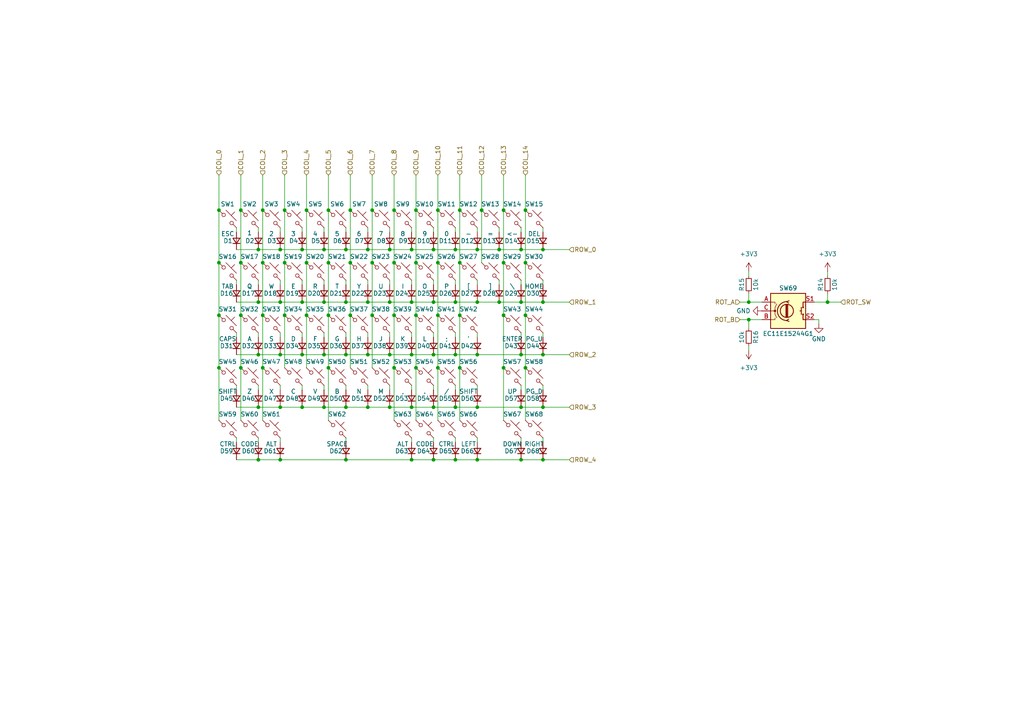
<source format=kicad_sch>
(kicad_sch (version 20231120) (generator "eeschema") (generator_version "8.0")
  (paper "A4")
  (junction (at 107.95 76.2))
  (junction (at 133.35 60.96))
  (junction (at 146.05 76.2))
  (junction (at 95.25 106.68))
  (junction (at 125.73 118.11))
  (junction (at 113.03 118.11))
  (junction (at 133.35 91.44))
  (junction (at 82.55 60.96))
  (junction (at 120.65 76.2))
  (junction (at 114.3 60.96))
  (junction (at 101.6 91.44))
  (junction (at 113.03 72.39))
  (junction (at 133.35 106.68))
  (junction (at 139.7 60.96))
  (junction (at 69.85 106.68))
  (junction (at 138.43 72.39))
  (junction (at 63.5 76.2))
  (junction (at 87.63 102.87))
  (junction (at 152.4 60.96))
  (junction (at 74.93 72.39))
  (junction (at 87.63 87.63))
  (junction (at 82.55 91.44))
  (junction (at 93.98 102.87))
  (junction (at 119.38 118.11))
  (junction (at 132.08 72.39))
  (junction (at 119.38 133.35))
  (junction (at 151.13 133.35))
  (junction (at 157.48 102.87))
  (junction (at 107.95 91.44))
  (junction (at 93.98 87.63))
  (junction (at 120.65 60.96))
  (junction (at 146.05 106.68))
  (junction (at 152.4 91.44))
  (junction (at 114.3 106.68))
  (junction (at 76.2 91.44))
  (junction (at 74.93 87.63))
  (junction (at 81.28 118.11))
  (junction (at 138.43 133.35))
  (junction (at 144.78 87.63))
  (junction (at 125.73 102.87))
  (junction (at 125.73 87.63))
  (junction (at 93.98 118.11))
  (junction (at 125.73 72.39))
  (junction (at 132.08 102.87))
  (junction (at 101.6 60.96))
  (junction (at 157.48 133.35))
  (junction (at 95.25 60.96))
  (junction (at 69.85 60.96))
  (junction (at 152.4 76.2))
  (junction (at 113.03 102.87))
  (junction (at 119.38 87.63))
  (junction (at 157.48 118.11))
  (junction (at 87.63 118.11))
  (junction (at 157.48 72.39))
  (junction (at 107.95 60.96))
  (junction (at 127 91.44))
  (junction (at 240.03 87.63))
  (junction (at 146.05 60.96))
  (junction (at 69.85 76.2))
  (junction (at 151.13 102.87))
  (junction (at 69.85 91.44))
  (junction (at 88.9 91.44))
  (junction (at 132.08 133.35))
  (junction (at 88.9 76.2))
  (junction (at 100.33 87.63))
  (junction (at 81.28 87.63))
  (junction (at 157.48 87.63))
  (junction (at 74.93 118.11))
  (junction (at 144.78 72.39))
  (junction (at 127 60.96))
  (junction (at 114.3 76.2))
  (junction (at 100.33 102.87))
  (junction (at 146.05 91.44))
  (junction (at 119.38 72.39))
  (junction (at 76.2 106.68))
  (junction (at 95.25 76.2))
  (junction (at 81.28 102.87))
  (junction (at 152.4 106.68))
  (junction (at 217.17 87.63))
  (junction (at 74.93 133.35))
  (junction (at 138.43 102.87))
  (junction (at 113.03 87.63))
  (junction (at 106.68 118.11))
  (junction (at 100.33 72.39))
  (junction (at 138.43 118.11))
  (junction (at 119.38 102.87))
  (junction (at 87.63 72.39))
  (junction (at 101.6 76.2))
  (junction (at 217.17 92.71))
  (junction (at 74.93 102.87))
  (junction (at 95.25 91.44))
  (junction (at 63.5 106.68))
  (junction (at 127 76.2))
  (junction (at 100.33 118.11))
  (junction (at 76.2 60.96))
  (junction (at 88.9 60.96))
  (junction (at 63.5 91.44))
  (junction (at 120.65 106.68))
  (junction (at 114.3 91.44))
  (junction (at 81.28 72.39))
  (junction (at 151.13 87.63))
  (junction (at 133.35 76.2))
  (junction (at 138.43 87.63))
  (junction (at 106.68 72.39))
  (junction (at 82.55 76.2))
  (junction (at 132.08 118.11))
  (junction (at 63.5 60.96))
  (junction (at 120.65 91.44))
  (junction (at 76.2 76.2))
  (junction (at 93.98 72.39))
  (junction (at 151.13 118.11))
  (junction (at 125.73 133.35))
  (junction (at 132.08 87.63))
  (junction (at 100.33 133.35))
  (junction (at 127 106.68))
  (junction (at 151.13 72.39))
  (junction (at 106.68 102.87))
  (junction (at 81.28 133.35))
  (junction (at 106.68 87.63))
  (wire (pts (xy 93.98 67.31) (xy 93.98 66.04)))
  (wire (pts (xy 74.93 113.03) (xy 74.93 111.76)))
  (wire (pts (xy 68.58 97.79) (xy 68.58 96.52)))
  (wire (pts (xy 237.49 92.71) (xy 237.49 93.98)))
  (wire (pts (xy 113.03 102.87) (xy 119.38 102.87)))
  (wire (pts (xy 68.58 102.87) (xy 74.93 102.87)))
  (wire (pts (xy 93.98 72.39) (xy 100.33 72.39)))
  (wire (pts (xy 120.65 76.2) (xy 120.65 91.44)))
  (wire (pts (xy 88.9 76.2) (xy 88.9 91.44)))
  (wire (pts (xy 157.48 128.27) (xy 157.48 127)))
  (wire (pts (xy 132.08 102.87) (xy 138.43 102.87)))
  (wire (pts (xy 125.73 72.39) (xy 132.08 72.39)))
  (wire (pts (xy 68.58 133.35) (xy 74.93 133.35)))
  (wire (pts (xy 69.85 76.2) (xy 69.85 91.44)))
  (wire (pts (xy 243.84 87.63) (xy 240.03 87.63)))
  (wire (pts (xy 100.33 118.11) (xy 106.68 118.11)))
  (wire (pts (xy 151.13 102.87) (xy 157.48 102.87)))
  (wire (pts (xy 87.63 118.11) (xy 93.98 118.11)))
  (wire (pts (xy 113.03 72.39) (xy 119.38 72.39)))
  (wire (pts (xy 151.13 67.31) (xy 151.13 66.04)))
  (wire (pts (xy 151.13 87.63) (xy 157.48 87.63)))
  (wire (pts (xy 120.65 50.8) (xy 120.65 60.96)))
  (wire (pts (xy 146.05 60.96) (xy 146.05 76.2)))
  (wire (pts (xy 138.43 67.31) (xy 138.43 66.04)))
  (wire (pts (xy 88.9 91.44) (xy 88.9 106.68)))
  (wire (pts (xy 138.43 113.03) (xy 138.43 111.76)))
  (wire (pts (xy 217.17 101.6) (xy 217.17 100.33)))
  (wire (pts (xy 144.78 82.55) (xy 144.78 81.28)))
  (wire (pts (xy 82.55 91.44) (xy 82.55 106.68)))
  (wire (pts (xy 138.43 133.35) (xy 151.13 133.35)))
  (wire (pts (xy 119.38 72.39) (xy 125.73 72.39)))
  (wire (pts (xy 139.7 60.96) (xy 139.7 76.2)))
  (wire (pts (xy 217.17 78.74) (xy 217.17 80.01)))
  (wire (pts (xy 76.2 50.8) (xy 76.2 60.96)))
  (wire (pts (xy 81.28 133.35) (xy 100.33 133.35)))
  (wire (pts (xy 125.73 118.11) (xy 132.08 118.11)))
  (wire (pts (xy 68.58 118.11) (xy 74.93 118.11)))
  (wire (pts (xy 157.48 118.11) (xy 165.1 118.11)))
  (wire (pts (xy 240.03 87.63) (xy 236.22 87.63)))
  (wire (pts (xy 139.7 50.8) (xy 139.7 60.96)))
  (wire (pts (xy 119.38 87.63) (xy 125.73 87.63)))
  (wire (pts (xy 151.13 113.03) (xy 151.13 111.76)))
  (wire (pts (xy 81.28 82.55) (xy 81.28 81.28)))
  (wire (pts (xy 214.63 92.71) (xy 217.17 92.71)))
  (wire (pts (xy 76.2 60.96) (xy 76.2 76.2)))
  (wire (pts (xy 68.58 87.63) (xy 74.93 87.63)))
  (wire (pts (xy 151.13 72.39) (xy 157.48 72.39)))
  (wire (pts (xy 107.95 50.8) (xy 107.95 60.96)))
  (wire (pts (xy 125.73 128.27) (xy 125.73 127)))
  (wire (pts (xy 132.08 82.55) (xy 132.08 81.28)))
  (wire (pts (xy 107.95 76.2) (xy 107.95 91.44)))
  (wire (pts (xy 125.73 102.87) (xy 132.08 102.87)))
  (wire (pts (xy 87.63 82.55) (xy 87.63 81.28)))
  (wire (pts (xy 63.5 50.8) (xy 63.5 60.96)))
  (wire (pts (xy 120.65 106.68) (xy 120.65 121.92)))
  (wire (pts (xy 113.03 113.03) (xy 113.03 111.76)))
  (wire (pts (xy 101.6 91.44) (xy 101.6 106.68)))
  (wire (pts (xy 114.3 76.2) (xy 114.3 91.44)))
  (wire (pts (xy 76.2 91.44) (xy 76.2 106.68)))
  (wire (pts (xy 81.28 113.03) (xy 81.28 111.76)))
  (wire (pts (xy 133.35 106.68) (xy 133.35 121.92)))
  (wire (pts (xy 146.05 91.44) (xy 146.05 106.68)))
  (wire (pts (xy 68.58 113.03) (xy 68.58 111.76)))
  (wire (pts (xy 138.43 82.55) (xy 138.43 81.28)))
  (wire (pts (xy 152.4 76.2) (xy 152.4 91.44)))
  (wire (pts (xy 151.13 128.27) (xy 151.13 127)))
  (wire (pts (xy 95.25 106.68) (xy 95.25 121.92)))
  (wire (pts (xy 127 106.68) (xy 127 121.92)))
  (wire (pts (xy 74.93 87.63) (xy 81.28 87.63)))
  (wire (pts (xy 132.08 133.35) (xy 138.43 133.35)))
  (wire (pts (xy 82.55 76.2) (xy 82.55 91.44)))
  (wire (pts (xy 68.58 82.55) (xy 68.58 81.28)))
  (wire (pts (xy 95.25 50.8) (xy 95.25 60.96)))
  (wire (pts (xy 113.03 97.79) (xy 113.03 96.52)))
  (wire (pts (xy 152.4 91.44) (xy 152.4 106.68)))
  (wire (pts (xy 125.73 133.35) (xy 132.08 133.35)))
  (wire (pts (xy 127 50.8) (xy 127 60.96)))
  (wire (pts (xy 81.28 97.79) (xy 81.28 96.52)))
  (wire (pts (xy 113.03 118.11) (xy 119.38 118.11)))
  (wire (pts (xy 240.03 78.74) (xy 240.03 80.01)))
  (wire (pts (xy 138.43 118.11) (xy 151.13 118.11)))
  (wire (pts (xy 152.4 60.96) (xy 152.4 76.2)))
  (wire (pts (xy 87.63 113.03) (xy 87.63 111.76)))
  (wire (pts (xy 146.05 76.2) (xy 146.05 91.44)))
  (wire (pts (xy 157.48 72.39) (xy 165.1 72.39)))
  (wire (pts (xy 152.4 50.8) (xy 152.4 60.96)))
  (wire (pts (xy 74.93 97.79) (xy 74.93 96.52)))
  (wire (pts (xy 106.68 72.39) (xy 113.03 72.39)))
  (wire (pts (xy 120.65 91.44) (xy 120.65 106.68)))
  (wire (pts (xy 146.05 106.68) (xy 146.05 121.92)))
  (wire (pts (xy 119.38 118.11) (xy 125.73 118.11)))
  (wire (pts (xy 100.33 72.39) (xy 106.68 72.39)))
  (wire (pts (xy 101.6 50.8) (xy 101.6 60.96)))
  (wire (pts (xy 240.03 85.09) (xy 240.03 87.63)))
  (wire (pts (xy 138.43 102.87) (xy 151.13 102.87)))
  (wire (pts (xy 125.73 67.31) (xy 125.73 66.04)))
  (wire (pts (xy 63.5 106.68) (xy 63.5 121.92)))
  (wire (pts (xy 107.95 91.44) (xy 107.95 106.68)))
  (wire (pts (xy 74.93 82.55) (xy 74.93 81.28)))
  (wire (pts (xy 100.33 82.55) (xy 100.33 81.28)))
  (wire (pts (xy 144.78 87.63) (xy 151.13 87.63)))
  (wire (pts (xy 157.48 102.87) (xy 165.1 102.87)))
  (wire (pts (xy 81.28 87.63) (xy 87.63 87.63)))
  (wire (pts (xy 88.9 60.96) (xy 88.9 76.2)))
  (wire (pts (xy 133.35 76.2) (xy 133.35 91.44)))
  (wire (pts (xy 74.93 72.39) (xy 81.28 72.39)))
  (wire (pts (xy 165.1 87.63) (xy 157.48 87.63)))
  (wire (pts (xy 119.38 82.55) (xy 119.38 81.28)))
  (wire (pts (xy 157.48 97.79) (xy 157.48 96.52)))
  (wire (pts (xy 82.55 60.96) (xy 82.55 76.2)))
  (wire (pts (xy 95.25 91.44) (xy 95.25 106.68)))
  (wire (pts (xy 125.73 113.03) (xy 125.73 111.76)))
  (wire (pts (xy 106.68 97.79) (xy 106.68 96.52)))
  (wire (pts (xy 87.63 72.39) (xy 93.98 72.39)))
  (wire (pts (xy 132.08 72.39) (xy 138.43 72.39)))
  (wire (pts (xy 93.98 113.03) (xy 93.98 111.76)))
  (wire (pts (xy 106.68 118.11) (xy 113.03 118.11)))
  (wire (pts (xy 127 76.2) (xy 127 91.44)))
  (wire (pts (xy 132.08 118.11) (xy 138.43 118.11)))
  (wire (pts (xy 68.58 67.31) (xy 68.58 66.04)))
  (wire (pts (xy 132.08 128.27) (xy 132.08 127)))
  (wire (pts (xy 69.85 60.96) (xy 69.85 76.2)))
  (wire (pts (xy 157.48 82.55) (xy 157.48 81.28)))
  (wire (pts (xy 157.48 113.03) (xy 157.48 111.76)))
  (wire (pts (xy 81.28 128.27) (xy 81.28 127)))
  (wire (pts (xy 119.38 102.87) (xy 125.73 102.87)))
  (wire (pts (xy 106.68 67.31) (xy 106.68 66.04)))
  (wire (pts (xy 93.98 82.55) (xy 93.98 81.28)))
  (wire (pts (xy 138.43 87.63) (xy 144.78 87.63)))
  (wire (pts (xy 132.08 97.79) (xy 132.08 96.52)))
  (wire (pts (xy 157.48 133.35) (xy 165.1 133.35)))
  (wire (pts (xy 120.65 60.96) (xy 120.65 76.2)))
  (wire (pts (xy 214.63 87.63) (xy 217.17 87.63)))
  (wire (pts (xy 74.93 102.87) (xy 81.28 102.87)))
  (wire (pts (xy 132.08 113.03) (xy 132.08 111.76)))
  (wire (pts (xy 151.13 133.35) (xy 157.48 133.35)))
  (wire (pts (xy 101.6 60.96) (xy 101.6 76.2)))
  (wire (pts (xy 87.63 97.79) (xy 87.63 96.52)))
  (wire (pts (xy 113.03 82.55) (xy 113.03 81.28)))
  (wire (pts (xy 125.73 82.55) (xy 125.73 81.28)))
  (wire (pts (xy 114.3 60.96) (xy 114.3 76.2)))
  (wire (pts (xy 151.13 118.11) (xy 157.48 118.11)))
  (wire (pts (xy 125.73 97.79) (xy 125.73 96.52)))
  (wire (pts (xy 114.3 50.8) (xy 114.3 60.96)))
  (wire (pts (xy 63.5 60.96) (xy 63.5 76.2)))
  (wire (pts (xy 151.13 97.79) (xy 151.13 96.52)))
  (wire (pts (xy 93.98 118.11) (xy 100.33 118.11)))
  (wire (pts (xy 100.33 113.03) (xy 100.33 111.76)))
  (wire (pts (xy 114.3 91.44) (xy 114.3 106.68)))
  (wire (pts (xy 74.93 67.31) (xy 74.93 66.04)))
  (wire (pts (xy 93.98 97.79) (xy 93.98 96.52)))
  (wire (pts (xy 119.38 133.35) (xy 125.73 133.35)))
  (wire (pts (xy 76.2 106.68) (xy 76.2 121.92)))
  (wire (pts (xy 100.33 97.79) (xy 100.33 96.52)))
  (wire (pts (xy 113.03 87.63) (xy 119.38 87.63)))
  (wire (pts (xy 68.58 128.27) (xy 68.58 127)))
  (wire (pts (xy 100.33 67.31) (xy 100.33 66.04)))
  (wire (pts (xy 125.73 87.63) (xy 132.08 87.63)))
  (wire (pts (xy 87.63 102.87) (xy 93.98 102.87)))
  (wire (pts (xy 88.9 50.8) (xy 88.9 60.96)))
  (wire (pts (xy 107.95 60.96) (xy 107.95 76.2)))
  (wire (pts (xy 69.85 106.68) (xy 69.85 121.92)))
  (wire (pts (xy 69.85 91.44) (xy 69.85 106.68)))
  (wire (pts (xy 113.03 67.31) (xy 113.03 66.04)))
  (wire (pts (xy 127 60.96) (xy 127 76.2)))
  (wire (pts (xy 81.28 118.11) (xy 87.63 118.11)))
  (wire (pts (xy 132.08 67.31) (xy 132.08 66.04)))
  (wire (pts (xy 217.17 95.25) (xy 217.17 92.71)))
  (wire (pts (xy 100.33 102.87) (xy 106.68 102.87)))
  (wire (pts (xy 119.38 128.27) (xy 119.38 127)))
  (wire (pts (xy 69.85 50.8) (xy 69.85 60.96)))
  (wire (pts (xy 127 91.44) (xy 127 106.68)))
  (wire (pts (xy 146.05 50.8) (xy 146.05 60.96)))
  (wire (pts (xy 138.43 128.27) (xy 138.43 127)))
  (wire (pts (xy 138.43 97.79) (xy 138.43 96.52)))
  (wire (pts (xy 144.78 67.31) (xy 144.78 66.04)))
  (wire (pts (xy 119.38 113.03) (xy 119.38 111.76)))
  (wire (pts (xy 93.98 102.87) (xy 100.33 102.87)))
  (wire (pts (xy 74.93 118.11) (xy 81.28 118.11)))
  (wire (pts (xy 106.68 87.63) (xy 113.03 87.63)))
  (wire (pts (xy 236.22 92.71) (xy 237.49 92.71)))
  (wire (pts (xy 100.33 87.63) (xy 106.68 87.63)))
  (wire (pts (xy 106.68 102.87) (xy 113.03 102.87)))
  (wire (pts (xy 100.33 128.27) (xy 100.33 127)))
  (wire (pts (xy 81.28 72.39) (xy 87.63 72.39)))
  (wire (pts (xy 106.68 82.55) (xy 106.68 81.28)))
  (wire (pts (xy 101.6 76.2) (xy 101.6 91.44)))
  (wire (pts (xy 217.17 92.71) (xy 220.98 92.71)))
  (wire (pts (xy 119.38 97.79) (xy 119.38 96.52)))
  (wire (pts (xy 74.93 133.35) (xy 81.28 133.35)))
  (wire (pts (xy 74.93 128.27) (xy 74.93 127)))
  (wire (pts (xy 82.55 50.8) (xy 82.55 60.96)))
  (wire (pts (xy 95.25 76.2) (xy 95.25 91.44)))
  (wire (pts (xy 152.4 106.68) (xy 152.4 121.92)))
  (wire (pts (xy 87.63 87.63) (xy 93.98 87.63)))
  (wire (pts (xy 81.28 67.31) (xy 81.28 66.04)))
  (wire (pts (xy 157.48 67.31) (xy 157.48 66.04)))
  (wire (pts (xy 133.35 91.44) (xy 133.35 106.68)))
  (wire (pts (xy 144.78 72.39) (xy 151.13 72.39)))
  (wire (pts (xy 63.5 76.2) (xy 63.5 91.44)))
  (wire (pts (xy 119.38 67.31) (xy 119.38 66.04)))
  (wire (pts (xy 114.3 106.68) (xy 114.3 121.92)))
  (wire (pts (xy 100.33 133.35) (xy 119.38 133.35)))
  (wire (pts (xy 217.17 87.63) (xy 220.98 87.63)))
  (wire (pts (xy 76.2 76.2) (xy 76.2 91.44)))
  (wire (pts (xy 81.28 102.87) (xy 87.63 102.87)))
  (wire (pts (xy 132.08 87.63) (xy 138.43 87.63)))
  (wire (pts (xy 133.35 60.96) (xy 133.35 76.2)))
  (wire (pts (xy 133.35 50.8) (xy 133.35 60.96)))
  (wire (pts (xy 217.17 85.09) (xy 217.17 87.63)))
  (wire (pts (xy 106.68 113.03) (xy 106.68 111.76)))
  (wire (pts (xy 95.25 60.96) (xy 95.25 76.2)))
  (wire (pts (xy 138.43 72.39) (xy 144.78 72.39)))
  (wire (pts (xy 87.63 67.31) (xy 87.63 66.04)))
  (wire (pts (xy 68.58 72.39) (xy 74.93 72.39)))
  (wire (pts (xy 151.13 82.55) (xy 151.13 81.28)))
  (wire (pts (xy 93.98 87.63) (xy 100.33 87.63)))
  (wire (pts (xy 63.5 91.44) (xy 63.5 106.68)))
  (hierarchical_label "COL_13" (shape input) (at 146.05 50.8 90))
  (hierarchical_label "COL_10" (shape input) (at 127 50.8 90))
  (hierarchical_label "COL_8" (shape input) (at 114.3 50.8 90))
  (hierarchical_label "ROT_SW" (shape input) (at 243.84 87.63 0))
  (hierarchical_label "COL_7" (shape input) (at 107.95 50.8 90))
  (hierarchical_label "ROT_B" (shape input) (at 214.63 92.71 180))
  (hierarchical_label "COL_2" (shape input) (at 76.2 50.8 90))
  (hierarchical_label "COL_3" (shape input) (at 82.55 50.8 90))
  (hierarchical_label "ROT_A" (shape input) (at 214.63 87.63 180))
  (hierarchical_label "ROW_1" (shape input) (at 165.1 87.63 0))
  (hierarchical_label "ROW_4" (shape input) (at 165.1 133.35 0))
  (hierarchical_label "COL_6" (shape input) (at 101.6 50.8 90))
  (hierarchical_label "COL_5" (shape input) (at 95.25 50.8 90))
  (hierarchical_label "COL_9" (shape input) (at 120.65 50.8 90))
  (hierarchical_label "COL_11" (shape input) (at 133.35 50.8 90))
  (hierarchical_label "ROW_3" (shape input) (at 165.1 118.11 0))
  (hierarchical_label "ROW_2" (shape input) (at 165.1 102.87 0))
  (hierarchical_label "COL_12" (shape input) (at 139.7 50.8 90))
  (hierarchical_label "COL_1" (shape input) (at 69.85 50.8 90))
  (hierarchical_label "ROW_0" (shape input) (at 165.1 72.39 0))
  (hierarchical_label "COL_0" (shape input) (at 63.5 50.8 90))
  (hierarchical_label "COL_14" (shape input) (at 152.4 50.8 90))
  (hierarchical_label "COL_4" (shape input) (at 88.9 50.8 90))
  (symbol (lib_id "Switch:SW_Push_45deg") (at 97.79 93.98 0) (unit 1)
    (property "Reference" "SW36" (at 97.79 89.662 0))
    (property "Value" "G" (at 97.79 98.298 0))
    (property "Footprint" "Keyboard_Switch:SW_Cherry_MX1A_1.00u_PCB" (effects (hide yes)))
    (property "Description" "Push button switch, normally open, two pins, 45° tilted" (effects (hide yes)))
  )
  (symbol (lib_id "Switch:SW_Push_45deg") (at 154.94 124.46 0) (unit 1)
    (property "Reference" "SW68" (at 154.94 120.142 0))
    (property "Value" "RIGHT" (at 154.94 128.778 0))
    (property "Footprint" "Keyboard_Switch:SW_Cherry_MX1A_1.00u_PCB" (effects (hide yes)))
    (property "Description" "Push button switch, normally open, two pins, 45° tilted" (effects (hide yes)))
  )
  (symbol (lib_id "Switch:SW_Push_45deg") (at 116.84 124.46 0) (unit 1)
    (property "Reference" "SW63" (at 116.84 120.142 0))
    (property "Value" "ALT" (at 116.84 128.778 0))
    (property "Footprint" "Keyboard_Switch:SW_Cherry_MX1A_1.00u_PCB" (effects (hide yes)))
    (property "Description" "Push button switch, normally open, two pins, 45° tilted" (effects (hide yes)))
  )
  (symbol (lib_id "Device:D_Small") (at 106.68 69.85 90) (unit 1)
    (property "Reference" "D7" (at 102.87 69.85 90) (effects (justify right)))
    (property "Value" "D_Small" (effects (hide yes)))
    (property "Footprint" "Diode_SMD:D_SOD-323" (effects (hide yes)))
    (property "Description" "Diode, small symbol" (effects (hide yes)))
    (property "Sim.Device" "D" (effects (hide yes)))
    (property "Sim.Pins" "1=K 2=A" (effects (hide yes)))
    (property "LCSC" "C2128" (effects (hide yes)))
  )
  (symbol (lib_id "Device:D_Small") (at 113.03 115.57 90) (unit 1)
    (property "Reference" "D52" (at 108.204 115.57 90) (effects (justify right)))
    (property "Value" "D_Small" (effects (hide yes)))
    (property "Footprint" "Diode_SMD:D_SOD-323" (effects (hide yes)))
    (property "Description" "Diode, small symbol" (effects (hide yes)))
    (property "Sim.Device" "D" (effects (hide yes)))
    (property "Sim.Pins" "1=K 2=A" (effects (hide yes)))
    (property "LCSC" "C2128" (effects (hide yes)))
  )
  (symbol (lib_id "Device:D_Small") (at 119.38 85.09 90) (unit 1)
    (property "Reference" "D24" (at 114.554 85.09 90) (effects (justify right)))
    (property "Value" "D_Small" (effects (hide yes)))
    (property "Footprint" "Diode_SMD:D_SOD-323" (effects (hide yes)))
    (property "Description" "Diode, small symbol" (effects (hide yes)))
    (property "Sim.Device" "D" (effects (hide yes)))
    (property "Sim.Pins" "1=K 2=A" (effects (hide yes)))
    (property "LCSC" "C2128" (effects (hide yes)))
  )
  (symbol (lib_id "Device:D_Small") (at 157.48 130.81 90) (unit 1)
    (property "Reference" "D68" (at 152.654 130.81 90) (effects (justify right)))
    (property "Value" "D_Small" (effects (hide yes)))
    (property "Footprint" "Diode_SMD:D_SOD-323" (effects (hide yes)))
    (property "Description" "Diode, small symbol" (effects (hide yes)))
    (property "Sim.Device" "D" (effects (hide yes)))
    (property "Sim.Pins" "1=K 2=A" (effects (hide yes)))
    (property "LCSC" "C2128" (effects (hide yes)))
  )
  (symbol (lib_id "Device:D_Small") (at 151.13 115.57 90) (unit 1)
    (property "Reference" "D57" (at 146.304 115.57 90) (effects (justify right)))
    (property "Value" "D_Small" (effects (hide yes)))
    (property "Footprint" "Diode_SMD:D_SOD-323" (effects (hide yes)))
    (property "Description" "Diode, small symbol" (effects (hide yes)))
    (property "Sim.Device" "D" (effects (hide yes)))
    (property "Sim.Pins" "1=K 2=A" (effects (hide yes)))
    (property "LCSC" "C2128" (effects (hide yes)))
  )
  (symbol (lib_id "Device:D_Small") (at 93.98 69.85 90) (unit 1)
    (property "Reference" "D5" (at 90.17 69.85 90) (effects (justify right)))
    (property "Value" "D_Small" (effects (hide yes)))
    (property "Footprint" "Diode_SMD:D_SOD-323" (effects (hide yes)))
    (property "Description" "Diode, small symbol" (effects (hide yes)))
    (property "Sim.Device" "D" (effects (hide yes)))
    (property "Sim.Pins" "1=K 2=A" (effects (hide yes)))
    (property "LCSC" "C2128" (effects (hide yes)))
  )
  (symbol (lib_id "Switch:SW_Push_45deg") (at 135.89 78.74 0) (unit 1)
    (property "Reference" "SW27" (at 135.89 74.422 0))
    (property "Value" "[" (at 135.89 83.058 0))
    (property "Footprint" "Keyboard_Switch:SW_Cherry_MX1A_1.00u_PCB" (effects (hide yes)))
    (property "Description" "Push button switch, normally open, two pins, 45° tilted" (effects (hide yes)))
  )
  (symbol (lib_id "Switch:SW_Push_45deg") (at 85.09 63.5 0) (unit 1)
    (property "Reference" "SW4" (at 85.09 59.182 0))
    (property "Value" "3" (at 85.09 67.818 0))
    (property "Footprint" "Keyboard_Switch:SW_Cherry_MX1A_1.00u_PCB" (effects (hide yes)))
    (property "Description" "Push button switch, normally open, two pins, 45° tilted" (effects (hide yes)))
  )
  (symbol (lib_id "Device:D_Small") (at 151.13 100.33 90) (unit 1)
    (property "Reference" "D43" (at 146.304 100.33 90) (effects (justify right)))
    (property "Value" "D_Small" (effects (hide yes)))
    (property "Footprint" "Diode_SMD:D_SOD-323" (effects (hide yes)))
    (property "Description" "Diode, small symbol" (effects (hide yes)))
    (property "Sim.Device" "D" (effects (hide yes)))
    (property "Sim.Pins" "1=K 2=A" (effects (hide yes)))
    (property "LCSC" "C2128" (effects (hide yes)))
  )
  (symbol (lib_id "Switch:SW_Push_45deg") (at 129.54 63.5 0) (unit 1)
    (property "Reference" "SW11" (at 129.54 59.182 0))
    (property "Value" "0" (at 129.54 67.818 0))
    (property "Footprint" "Keyboard_Switch:SW_Cherry_MX1A_1.00u_PCB" (effects (hide yes)))
    (property "Description" "Push button switch, normally open, two pins, 45° tilted" (effects (hide yes)))
  )
  (symbol (lib_id "Switch:SW_Push_45deg") (at 123.19 93.98 0) (unit 1)
    (property "Reference" "SW40" (at 123.19 89.662 0))
    (property "Value" "L" (at 123.19 98.298 0))
    (property "Footprint" "Keyboard_Switch:SW_Cherry_MX1A_1.00u_PCB" (effects (hide yes)))
    (property "Description" "Push button switch, normally open, two pins, 45° tilted" (effects (hide yes)))
  )
  (symbol (lib_id "Device:D_Small") (at 100.33 85.09 90) (unit 1)
    (property "Reference" "D21" (at 95.504 85.09 90) (effects (justify right)))
    (property "Value" "D_Small" (effects (hide yes)))
    (property "Footprint" "Diode_SMD:D_SOD-323" (effects (hide yes)))
    (property "Description" "Diode, small symbol" (effects (hide yes)))
    (property "Sim.Device" "D" (effects (hide yes)))
    (property "Sim.Pins" "1=K 2=A" (effects (hide yes)))
    (property "LCSC" "C2128" (effects (hide yes)))
  )
  (symbol (lib_id "Device:D_Small") (at 93.98 85.09 90) (unit 1)
    (property "Reference" "D20" (at 89.154 85.09 90) (effects (justify right)))
    (property "Value" "D_Small" (effects (hide yes)))
    (property "Footprint" "Diode_SMD:D_SOD-323" (effects (hide yes)))
    (property "Description" "Diode, small symbol" (effects (hide yes)))
    (property "Sim.Device" "D" (effects (hide yes)))
    (property "Sim.Pins" "1=K 2=A" (effects (hide yes)))
    (property "LCSC" "C2128" (effects (hide yes)))
  )
  (symbol (lib_id "Device:D_Small") (at 87.63 100.33 90) (unit 1)
    (property "Reference" "D34" (at 82.804 100.33 90) (effects (justify right)))
    (property "Value" "D_Small" (effects (hide yes)))
    (property "Footprint" "Diode_SMD:D_SOD-323" (effects (hide yes)))
    (property "Description" "Diode, small symbol" (effects (hide yes)))
    (property "Sim.Device" "D" (effects (hide yes)))
    (property "Sim.Pins" "1=K 2=A" (effects (hide yes)))
    (property "LCSC" "C2128" (effects (hide yes)))
  )
  (symbol (lib_id "power:+3V3") (at 240.03 78.74 0) (unit 1)
    (property "Reference" "#PWR035" (effects (hide yes)))
    (property "Value" "+3V3" (at 240.03 73.66 0))
    (property "Description" "Power symbol creates a global label with name \"+3V3\"" (effects (hide yes)))
  )
  (symbol (lib_id "Device:D_Small") (at 125.73 69.85 90) (unit 1)
    (property "Reference" "D10" (at 120.904 69.85 90) (effects (justify right)))
    (property "Value" "D_Small" (effects (hide yes)))
    (property "Footprint" "Diode_SMD:D_SOD-323" (effects (hide yes)))
    (property "Description" "Diode, small symbol" (effects (hide yes)))
    (property "Sim.Device" "D" (effects (hide yes)))
    (property "Sim.Pins" "1=K 2=A" (effects (hide yes)))
    (property "LCSC" "C2128" (effects (hide yes)))
  )
  (symbol (lib_id "Switch:SW_Push_45deg") (at 66.04 78.74 0) (unit 1)
    (property "Reference" "SW16" (at 66.04 74.422 0))
    (property "Value" "TAB" (at 66.04 83.058 0))
    (property "Footprint" "Keyboard_Switch:SW_Cherry_MX1A_1.50u_PCB" (effects (hide yes)))
    (property "Description" "Push button switch, normally open, two pins, 45° tilted" (effects (hide yes)))
  )
  (symbol (lib_id "Device:D_Small") (at 132.08 115.57 90) (unit 1)
    (property "Reference" "D55" (at 127.254 115.57 90) (effects (justify right)))
    (property "Value" "D_Small" (effects (hide yes)))
    (property "Footprint" "Diode_SMD:D_SOD-323" (effects (hide yes)))
    (property "Description" "Diode, small symbol" (effects (hide yes)))
    (property "Sim.Device" "D" (effects (hide yes)))
    (property "Sim.Pins" "1=K 2=A" (effects (hide yes)))
    (property "LCSC" "C2128" (effects (hide yes)))
  )
  (symbol (lib_id "Switch:SW_Push_45deg") (at 123.19 78.74 0) (unit 1)
    (property "Reference" "SW25" (at 123.19 74.422 0))
    (property "Value" "O" (at 123.19 83.058 0))
    (property "Footprint" "Keyboard_Switch:SW_Cherry_MX1A_1.00u_PCB" (effects (hide yes)))
    (property "Description" "Push button switch, normally open, two pins, 45° tilted" (effects (hide yes)))
  )
  (symbol (lib_id "power:+3V3") (at 217.17 78.74 0) (unit 1)
    (property "Reference" "#PWR036" (effects (hide yes)))
    (property "Value" "+3V3" (at 217.17 73.66 0))
    (property "Description" "Power symbol creates a global label with name \"+3V3\"" (effects (hide yes)))
  )
  (symbol (lib_id "Switch:SW_Push_45deg") (at 129.54 109.22 0) (unit 1)
    (property "Reference" "SW55" (at 129.54 104.902 0))
    (property "Value" "/" (at 129.54 113.538 0))
    (property "Footprint" "Keyboard_Switch:SW_Cherry_MX1A_1.00u_PCB" (effects (hide yes)))
    (property "Description" "Push button switch, normally open, two pins, 45° tilted" (effects (hide yes)))
  )
  (symbol (lib_id "Device:D_Small") (at 125.73 85.09 90) (unit 1)
    (property "Reference" "D25" (at 120.904 85.09 90) (effects (justify right)))
    (property "Value" "D_Small" (effects (hide yes)))
    (property "Footprint" "Diode_SMD:D_SOD-323" (effects (hide yes)))
    (property "Description" "Diode, small symbol" (effects (hide yes)))
    (property "Sim.Device" "D" (effects (hide yes)))
    (property "Sim.Pins" "1=K 2=A" (effects (hide yes)))
    (property "LCSC" "C2128" (effects (hide yes)))
  )
  (symbol (lib_id "Switch:SW_Push_45deg") (at 104.14 63.5 0) (unit 1)
    (property "Reference" "SW7" (at 104.14 59.182 0))
    (property "Value" "6" (at 104.14 67.818 0))
    (property "Footprint" "Keyboard_Switch:SW_Cherry_MX1A_1.00u_PCB" (effects (hide yes)))
    (property "Description" "Push button switch, normally open, two pins, 45° tilted" (effects (hide yes)))
  )
  (symbol (lib_id "Device:D_Small") (at 74.93 85.09 90) (unit 1)
    (property "Reference" "D17" (at 70.104 85.09 90) (effects (justify right)))
    (property "Value" "D_Small" (effects (hide yes)))
    (property "Footprint" "Diode_SMD:D_SOD-323" (effects (hide yes)))
    (property "Description" "Diode, small symbol" (effects (hide yes)))
    (property "Sim.Device" "D" (effects (hide yes)))
    (property "Sim.Pins" "1=K 2=A" (effects (hide yes)))
    (property "LCSC" "C2128" (effects (hide yes)))
  )
  (symbol (lib_id "Device:D_Small") (at 138.43 100.33 90) (unit 1)
    (property "Reference" "D42" (at 133.604 100.33 90) (effects (justify right)))
    (property "Value" "D_Small" (effects (hide yes)))
    (property "Footprint" "Diode_SMD:D_SOD-323" (effects (hide yes)))
    (property "Description" "Diode, small symbol" (effects (hide yes)))
    (property "Sim.Device" "D" (effects (hide yes)))
    (property "Sim.Pins" "1=K 2=A" (effects (hide yes)))
    (property "LCSC" "C2128" (effects (hide yes)))
  )
  (symbol (lib_id "Switch:SW_Push_45deg") (at 142.24 63.5 0) (unit 1)
    (property "Reference" "SW13" (at 142.24 59.182 0))
    (property "Value" "=" (at 142.24 67.818 0))
    (property "Footprint" "Keyboard_Switch:SW_Cherry_MX1A_1.00u_PCB" (effects (hide yes)))
    (property "Description" "Push button switch, normally open, two pins, 45° tilted" (effects (hide yes)))
  )
  (symbol (lib_id "Device:D_Small") (at 74.93 130.81 90) (unit 1)
    (property "Reference" "D60" (at 70.104 130.81 90) (effects (justify right)))
    (property "Value" "D_Small" (effects (hide yes)))
    (property "Footprint" "Diode_SMD:D_SOD-323" (effects (hide yes)))
    (property "Description" "Diode, small symbol" (effects (hide yes)))
    (property "Sim.Device" "D" (effects (hide yes)))
    (property "Sim.Pins" "1=K 2=A" (effects (hide yes)))
    (property "LCSC" "C2128" (effects (hide yes)))
  )
  (symbol (lib_id "Device:D_Small") (at 132.08 69.85 90) (unit 1)
    (property "Reference" "D11" (at 127.254 69.85 90) (effects (justify right)))
    (property "Value" "D_Small" (effects (hide yes)))
    (property "Footprint" "Diode_SMD:D_SOD-323" (effects (hide yes)))
    (property "Description" "Diode, small symbol" (effects (hide yes)))
    (property "Sim.Device" "D" (effects (hide yes)))
    (property "Sim.Pins" "1=K 2=A" (effects (hide yes)))
    (property "LCSC" "C2128" (effects (hide yes)))
  )
  (symbol (lib_id "Device:D_Small") (at 157.48 100.33 90) (unit 1)
    (property "Reference" "D44" (at 152.654 100.33 90) (effects (justify right)))
    (property "Value" "D_Small" (effects (hide yes)))
    (property "Footprint" "Diode_SMD:D_SOD-323" (effects (hide yes)))
    (property "Description" "Diode, small symbol" (effects (hide yes)))
    (property "Sim.Device" "D" (effects (hide yes)))
    (property "Sim.Pins" "1=K 2=A" (effects (hide yes)))
    (property "LCSC" "C2128" (effects (hide yes)))
  )
  (symbol (lib_id "Device:D_Small") (at 157.48 115.57 90) (unit 1)
    (property "Reference" "D58" (at 152.654 115.57 90) (effects (justify right)))
    (property "Value" "D_Small" (effects (hide yes)))
    (property "Footprint" "Diode_SMD:D_SOD-323" (effects (hide yes)))
    (property "Description" "Diode, small symbol" (effects (hide yes)))
    (property "Sim.Device" "D" (effects (hide yes)))
    (property "Sim.Pins" "1=K 2=A" (effects (hide yes)))
    (property "LCSC" "C2128" (effects (hide yes)))
  )
  (symbol (lib_id "Device:D_Small") (at 125.73 100.33 90) (unit 1)
    (property "Reference" "D40" (at 120.904 100.33 90) (effects (justify right)))
    (property "Value" "D_Small" (effects (hide yes)))
    (property "Footprint" "Diode_SMD:D_SOD-323" (effects (hide yes)))
    (property "Description" "Diode, small symbol" (effects (hide yes)))
    (property "Sim.Device" "D" (effects (hide yes)))
    (property "Sim.Pins" "1=K 2=A" (effects (hide yes)))
    (property "LCSC" "C2128" (effects (hide yes)))
  )
  (symbol (lib_id "Switch:SW_Push_45deg") (at 91.44 109.22 0) (unit 1)
    (property "Reference" "SW49" (at 91.44 104.902 0))
    (property "Value" "V" (at 91.44 113.538 0))
    (property "Footprint" "Keyboard_Switch:SW_Cherry_MX1A_1.00u_PCB" (effects (hide yes)))
    (property "Description" "Push button switch, normally open, two pins, 45° tilted" (effects (hide yes)))
  )
  (symbol (lib_id "Device:D_Small") (at 93.98 115.57 90) (unit 1)
    (property "Reference" "D49" (at 89.154 115.57 90) (effects (justify right)))
    (property "Value" "D_Small" (effects (hide yes)))
    (property "Footprint" "Diode_SMD:D_SOD-323" (effects (hide yes)))
    (property "Description" "Diode, small symbol" (effects (hide yes)))
    (property "Sim.Device" "D" (effects (hide yes)))
    (property "Sim.Pins" "1=K 2=A" (effects (hide yes)))
    (property "LCSC" "C2128" (effects (hide yes)))
  )
  (symbol (lib_id "Switch:SW_Push_45deg") (at 78.74 109.22 0) (unit 1)
    (property "Reference" "SW47" (at 78.74 104.902 0))
    (property "Value" "X" (at 78.74 113.538 0))
    (property "Footprint" "Keyboard_Switch:SW_Cherry_MX1A_1.00u_PCB" (effects (hide yes)))
    (property "Description" "Push button switch, normally open, two pins, 45° tilted" (effects (hide yes)))
  )
  (symbol (lib_id "Switch:SW_Push_45deg") (at 148.59 109.22 0) (unit 1)
    (property "Reference" "SW57" (at 148.59 104.902 0))
    (property "Value" "UP" (at 148.59 113.538 0))
    (property "Footprint" "Keyboard_Switch:SW_Cherry_MX1A_1.00u_PCB" (effects (hide yes)))
    (property "Description" "Push button switch, normally open, two pins, 45° tilted" (effects (hide yes)))
  )
  (symbol (lib_id "Switch:SW_Push_45deg") (at 85.09 93.98 0) (unit 1)
    (property "Reference" "SW34" (at 85.09 89.662 0))
    (property "Value" "D" (at 85.09 98.298 0))
    (property "Footprint" "Keyboard_Switch:SW_Cherry_MX1A_1.00u_PCB" (effects (hide yes)))
    (property "Description" "Push button switch, normally open, two pins, 45° tilted" (effects (hide yes)))
  )
  (symbol (lib_id "Device:D_Small") (at 81.28 115.57 90) (unit 1)
    (property "Reference" "D47" (at 76.454 115.57 90) (effects (justify right)))
    (property "Value" "D_Small" (effects (hide yes)))
    (property "Footprint" "Diode_SMD:D_SOD-323" (effects (hide yes)))
    (property "Description" "Diode, small symbol" (effects (hide yes)))
    (property "Sim.Device" "D" (effects (hide yes)))
    (property "Sim.Pins" "1=K 2=A" (effects (hide yes)))
    (property "LCSC" "C2128" (effects (hide yes)))
  )
  (symbol (lib_id "Switch:SW_Push_45deg") (at 154.94 93.98 0) (unit 1)
    (property "Reference" "SW44" (at 154.94 89.662 0))
    (property "Value" "PG_U" (at 154.94 98.298 0))
    (property "Footprint" "Keyboard_Switch:SW_Cherry_MX1A_1.00u_PCB" (effects (hide yes)))
    (property "Description" "Push button switch, normally open, two pins, 45° tilted" (effects (hide yes)))
  )
  (symbol (lib_id "Switch:SW_Push_45deg") (at 129.54 93.98 0) (unit 1)
    (property "Reference" "SW41" (at 129.54 89.662 0))
    (property "Value" ";" (at 129.54 98.298 0))
    (property "Footprint" "Keyboard_Switch:SW_Cherry_MX1A_1.00u_PCB" (effects (hide yes)))
    (property "Description" "Push button switch, normally open, two pins, 45° tilted" (effects (hide yes)))
  )
  (symbol (lib_id "Device:D_Small") (at 93.98 100.33 90) (unit 1)
    (property "Reference" "D35" (at 89.154 100.33 90) (effects (justify right)))
    (property "Value" "D_Small" (effects (hide yes)))
    (property "Footprint" "Diode_SMD:D_SOD-323" (effects (hide yes)))
    (property "Description" "Diode, small symbol" (effects (hide yes)))
    (property "Sim.Device" "D" (effects (hide yes)))
    (property "Sim.Pins" "1=K 2=A" (effects (hide yes)))
    (property "LCSC" "C2128" (effects (hide yes)))
  )
  (symbol (lib_id "Device:D_Small") (at 100.33 130.81 90) (unit 1)
    (property "Reference" "D62" (at 95.504 130.81 90) (effects (justify right)))
    (property "Value" "D_Small" (effects (hide yes)))
    (property "Footprint" "Diode_SMD:D_SOD-323" (effects (hide yes)))
    (property "Description" "Diode, small symbol" (effects (hide yes)))
    (property "Sim.Device" "D" (effects (hide yes)))
    (property "Sim.Pins" "1=K 2=A" (effects (hide yes)))
    (property "LCSC" "C2128" (effects (hide yes)))
  )
  (symbol (lib_id "Switch:SW_Push_45deg") (at 135.89 109.22 0) (unit 1)
    (property "Reference" "SW56" (at 135.89 104.902 0))
    (property "Value" "SHIFT" (at 135.89 113.538 0))
    (property "Footprint" "Keyboard_Switch:SW_Cherry_MX1A_1.75u_PCB" (effects (hide yes)))
    (property "Description" "Push button switch, normally open, two pins, 45° tilted" (effects (hide yes)))
  )
  (symbol (lib_id "Switch:SW_Push_45deg") (at 91.44 93.98 0) (unit 1)
    (property "Reference" "SW35" (at 91.44 89.662 0))
    (property "Value" "F" (at 91.44 98.298 0))
    (property "Footprint" "Keyboard_Switch:SW_Cherry_MX1A_1.00u_PCB" (effects (hide yes)))
    (property "Description" "Push button switch, normally open, two pins, 45° tilted" (effects (hide yes)))
  )
  (symbol (lib_id "Switch:SW_Push_45deg") (at 110.49 78.74 0) (unit 1)
    (property "Reference" "SW23" (at 110.49 74.422 0))
    (property "Value" "U" (at 110.49 83.058 0))
    (property "Footprint" "Keyboard_Switch:SW_Cherry_MX1A_1.00u_PCB" (effects (hide yes)))
    (property "Description" "Push button switch, normally open, two pins, 45° tilted" (effects (hide yes)))
  )
  (symbol (lib_id "Device:RotaryEncoder_Switch") (at 228.6 90.17 0) (unit 1)
    (property "Reference" "SW69" (at 228.6 83.566 0))
    (property "Value" "EC11E15244G1" (at 228.6 96.774 0))
    (property "Footprint" "Rotary_Encoder:RotaryEncoder_Alps_EC11E_Vertical_H20mm" (effects (hide yes)))
    (property "Description" "Rotary encoder, dual channel, incremental quadrate outputs, with switch" (effects (hide yes)))
  )
  (symbol (lib_id "Switch:SW_Push_45deg") (at 72.39 78.74 0) (unit 1)
    (property "Reference" "SW17" (at 72.39 74.422 0))
    (property "Value" "Q" (at 72.39 83.058 0))
    (property "Footprint" "Keyboard_Switch:SW_Cherry_MX1A_1.00u_PCB" (effects (hide yes)))
    (property "Description" "Push button switch, normally open, two pins, 45° tilted" (effects (hide yes)))
  )
  (symbol (lib_id "Switch:SW_Push_45deg") (at 129.54 78.74 0) (unit 1)
    (property "Reference" "SW26" (at 129.54 74.422 0))
    (property "Value" "P" (at 129.54 83.058 0))
    (property "Footprint" "Keyboard_Switch:SW_Cherry_MX1A_1.00u_PCB" (effects (hide yes)))
    (property "Description" "Push button switch, normally open, two pins, 45° tilted" (effects (hide yes)))
  )
  (symbol (lib_id "Device:R_Small") (at 217.17 82.55 0) (unit 1)
    (property "Reference" "R15" (at 215.138 82.55 90))
    (property "Value" "10k" (at 219.202 82.55 90))
    (property "Footprint" "Resistor_SMD:R_0402_1005Metric" (effects (hide yes)))
    (property "Description" "Resistor, small symbol" (effects (hide yes)))
    (property "LCSC" "C25879" (effects (hide yes)))
  )
  (symbol (lib_id "Switch:SW_Push_45deg") (at 123.19 63.5 0) (unit 1)
    (property "Reference" "SW10" (at 123.19 59.182 0))
    (property "Value" "9" (at 123.19 67.818 0))
    (property "Footprint" "Keyboard_Switch:SW_Cherry_MX1A_1.00u_PCB" (effects (hide yes)))
    (property "Description" "Push button switch, normally open, two pins, 45° tilted" (effects (hide yes)))
  )
  (symbol (lib_id "Device:D_Small") (at 81.28 130.81 90) (unit 1)
    (property "Reference" "D61" (at 76.454 130.81 90) (effects (justify right)))
    (property "Value" "D_Small" (effects (hide yes)))
    (property "Footprint" "Diode_SMD:D_SOD-323" (effects (hide yes)))
    (property "Description" "Diode, small symbol" (effects (hide yes)))
    (property "Sim.Device" "D" (effects (hide yes)))
    (property "Sim.Pins" "1=K 2=A" (effects (hide yes)))
    (property "LCSC" "C2128" (effects (hide yes)))
  )
  (symbol (lib_id "Device:D_Small") (at 106.68 100.33 90) (unit 1)
    (property "Reference" "D37" (at 101.854 100.33 90) (effects (justify right)))
    (property "Value" "D_Small" (effects (hide yes)))
    (property "Footprint" "Diode_SMD:D_SOD-323" (effects (hide yes)))
    (property "Description" "Diode, small symbol" (effects (hide yes)))
    (property "Sim.Device" "D" (effects (hide yes)))
    (property "Sim.Pins" "1=K 2=A" (effects (hide yes)))
    (property "LCSC" "C2128" (effects (hide yes)))
  )
  (symbol (lib_id "Device:D_Small") (at 119.38 130.81 90) (unit 1)
    (property "Reference" "D63" (at 114.554 130.81 90) (effects (justify right)))
    (property "Value" "D_Small" (effects (hide yes)))
    (property "Footprint" "Diode_SMD:D_SOD-323" (effects (hide yes)))
    (property "Description" "Diode, small symbol" (effects (hide yes)))
    (property "Sim.Device" "D" (effects (hide yes)))
    (property "Sim.Pins" "1=K 2=A" (effects (hide yes)))
    (property "LCSC" "C2128" (effects (hide yes)))
  )
  (symbol (lib_id "Switch:SW_Push_45deg") (at 91.44 78.74 0) (unit 1)
    (property "Reference" "SW20" (at 91.44 74.422 0))
    (property "Value" "R" (at 91.44 83.058 0))
    (property "Footprint" "Keyboard_Switch:SW_Cherry_MX1A_1.00u_PCB" (effects (hide yes)))
    (property "Description" "Push button switch, normally open, two pins, 45° tilted" (effects (hide yes)))
  )
  (symbol (lib_id "Device:D_Small") (at 151.13 69.85 90) (unit 1)
    (property "Reference" "D14" (at 146.304 69.85 90) (effects (justify right)))
    (property "Value" "D_Small" (effects (hide yes)))
    (property "Footprint" "Diode_SMD:D_SOD-323" (effects (hide yes)))
    (property "Description" "Diode, small symbol" (effects (hide yes)))
    (property "Sim.Device" "D" (effects (hide yes)))
    (property "Sim.Pins" "1=K 2=A" (effects (hide yes)))
    (property "LCSC" "C2128" (effects (hide yes)))
  )
  (symbol (lib_id "power:GND") (at 220.98 90.17 270) (unit 1)
    (property "Reference" "#PWR033" (effects (hide yes)))
    (property "Value" "GND" (at 217.678 90.17 90) (effects (justify right)))
    (property "Description" "Power symbol creates a global label with name \"GND\" , ground" (effects (hide yes)))
  )
  (symbol (lib_id "Switch:SW_Push_45deg") (at 116.84 63.5 0) (unit 1)
    (property "Reference" "SW9" (at 116.84 59.182 0))
    (property "Value" "8" (at 116.84 67.818 0))
    (property "Footprint" "Keyboard_Switch:SW_Cherry_MX1A_1.00u_PCB" (effects (hide yes)))
    (property "Description" "Push button switch, normally open, two pins, 45° tilted" (effects (hide yes)))
  )
  (symbol (lib_id "Switch:SW_Push_45deg") (at 78.74 63.5 0) (unit 1)
    (property "Reference" "SW3" (at 78.74 59.182 0))
    (property "Value" "2" (at 78.74 67.818 0))
    (property "Footprint" "Keyboard_Switch:SW_Cherry_MX1A_1.00u_PCB" (effects (hide yes)))
    (property "Description" "Push button switch, normally open, two pins, 45° tilted" (effects (hide yes)))
  )
  (symbol (lib_id "Device:D_Small") (at 144.78 69.85 90) (unit 1)
    (property "Reference" "D13" (at 139.954 69.85 90) (effects (justify right)))
    (property "Value" "D_Small" (effects (hide yes)))
    (property "Footprint" "Diode_SMD:D_SOD-323" (effects (hide yes)))
    (property "Description" "Diode, small symbol" (effects (hide yes)))
    (property "Sim.Device" "D" (effects (hide yes)))
    (property "Sim.Pins" "1=K 2=A" (effects (hide yes)))
    (property "LCSC" "C2128" (effects (hide yes)))
  )
  (symbol (lib_id "Switch:SW_Push_45deg") (at 135.89 124.46 0) (unit 1)
    (property "Reference" "SW66" (at 135.89 120.142 0))
    (property "Value" "LEFT" (at 135.89 128.778 0))
    (property "Footprint" "Keyboard_Switch:SW_Cherry_MX1A_1.00u_PCB" (effects (hide yes)))
    (property "Description" "Push button switch, normally open, two pins, 45° tilted" (effects (hide yes)))
  )
  (symbol (lib_id "Switch:SW_Push_45deg") (at 110.49 63.5 0) (unit 1)
    (property "Reference" "SW8" (at 110.49 59.182 0))
    (property "Value" "7" (at 110.49 67.818 0))
    (property "Footprint" "Keyboard_Switch:SW_Cherry_MX1A_1.00u_PCB" (effects (hide yes)))
    (property "Description" "Push button switch, normally open, two pins, 45° tilted" (effects (hide yes)))
  )
  (symbol (lib_id "Device:D_Small") (at 68.58 100.33 90) (unit 1)
    (property "Reference" "D31" (at 63.754 100.33 90) (effects (justify right)))
    (property "Value" "D_Small" (effects (hide yes)))
    (property "Footprint" "Diode_SMD:D_SOD-323" (effects (hide yes)))
    (property "Description" "Diode, small symbol" (effects (hide yes)))
    (property "Sim.Device" "D" (effects (hide yes)))
    (property "Sim.Pins" "1=K 2=A" (effects (hide yes)))
    (property "LCSC" "C2128" (effects (hide yes)))
  )
  (symbol (lib_id "Device:D_Small") (at 100.33 100.33 90) (unit 1)
    (property "Reference" "D36" (at 95.504 100.33 90) (effects (justify right)))
    (property "Value" "D_Small" (effects (hide yes)))
    (property "Footprint" "Diode_SMD:D_SOD-323" (effects (hide yes)))
    (property "Description" "Diode, small symbol" (effects (hide yes)))
    (property "Sim.Device" "D" (effects (hide yes)))
    (property "Sim.Pins" "1=K 2=A" (effects (hide yes)))
    (property "LCSC" "C2128" (effects (hide yes)))
  )
  (symbol (lib_id "Device:D_Small") (at 74.93 100.33 90) (unit 1)
    (property "Reference" "D32" (at 70.104 100.33 90) (effects (justify right)))
    (property "Value" "D_Small" (effects (hide yes)))
    (property "Footprint" "Diode_SMD:D_SOD-323" (effects (hide yes)))
    (property "Description" "Diode, small symbol" (effects (hide yes)))
    (property "Sim.Device" "D" (effects (hide yes)))
    (property "Sim.Pins" "1=K 2=A" (effects (hide yes)))
    (property "LCSC" "C2128" (effects (hide yes)))
  )
  (symbol (lib_id "Switch:SW_Push_45deg") (at 110.49 93.98 0) (unit 1)
    (property "Reference" "SW38" (at 110.49 89.662 0))
    (property "Value" "J" (at 110.49 98.298 0))
    (property "Footprint" "Keyboard_Switch:SW_Cherry_MX1A_1.00u_PCB" (effects (hide yes)))
    (property "Description" "Push button switch, normally open, two pins, 45° tilted" (effects (hide yes)))
  )
  (symbol (lib_id "Switch:SW_Push_45deg") (at 72.39 124.46 0) (unit 1)
    (property "Reference" "SW60" (at 72.39 120.142 0))
    (property "Value" "CODE" (at 72.39 128.778 0))
    (property "Footprint" "Keyboard_Switch:SW_Cherry_MX1A_1.25u_PCB" (effects (hide yes)))
    (property "Description" "Push button switch, normally open, two pins, 45° tilted" (effects (hide yes)))
  )
  (symbol (lib_id "Switch:SW_Push_45deg") (at 148.59 93.98 0) (unit 1)
    (property "Reference" "SW43" (at 148.59 89.662 0))
    (property "Value" "ENTER" (at 148.59 98.298 0))
    (property "Footprint" "Keyboard_Switch:SW_Cherry_MX1A_2.25u_PCB" (effects (hide yes)))
    (property "Description" "Push button switch, normally open, two pins, 45° tilted" (effects (hide yes)))
  )
  (symbol (lib_id "Switch:SW_Push_45deg") (at 148.59 124.46 0) (unit 1)
    (property "Reference" "SW67" (at 148.59 120.142 0))
    (property "Value" "DOWN" (at 148.59 128.778 0))
    (property "Footprint" "Keyboard_Switch:SW_Cherry_MX1A_1.00u_PCB" (effects (hide yes)))
    (property "Description" "Push button switch, normally open, two pins, 45° tilted" (effects (hide yes)))
  )
  (symbol (lib_id "Switch:SW_Push_45deg") (at 97.79 109.22 0) (unit 1)
    (property "Reference" "SW50" (at 97.79 104.902 0))
    (property "Value" "B" (at 97.79 113.538 0))
    (property "Footprint" "Keyboard_Switch:SW_Cherry_MX1A_1.00u_PCB" (effects (hide yes)))
    (property "Description" "Push button switch, normally open, two pins, 45° tilted" (effects (hide yes)))
  )
  (symbol (lib_id "Device:D_Small") (at 119.38 100.33 90) (unit 1)
    (property "Reference" "D39" (at 114.554 100.33 90) (effects (justify right)))
    (property "Value" "D_Small" (effects (hide yes)))
    (property "Footprint" "Diode_SMD:D_SOD-323" (effects (hide yes)))
    (property "Description" "Diode, small symbol" (effects (hide yes)))
    (property "Sim.Device" "D" (effects (hide yes)))
    (property "Sim.Pins" "1=K 2=A" (effects (hide yes)))
    (property "LCSC" "C2128" (effects (hide yes)))
  )
  (symbol (lib_id "Switch:SW_Push_45deg") (at 66.04 124.46 0) (unit 1)
    (property "Reference" "SW59" (at 66.04 120.142 0))
    (property "Value" "CTRL" (at 66.04 128.778 0))
    (property "Footprint" "Keyboard_Switch:SW_Cherry_MX1A_1.25u_PCB" (effects (hide yes)))
    (property "Description" "Push button switch, normally open, two pins, 45° tilted" (effects (hide yes)))
  )
  (symbol (lib_id "Switch:SW_Push_45deg") (at 129.54 124.46 0) (unit 1)
    (property "Reference" "SW65" (at 129.54 120.142 0))
    (property "Value" "CTRL" (at 129.54 128.778 0))
    (property "Footprint" "Keyboard_Switch:SW_Cherry_MX1A_1.00u_PCB" (effects (hide yes)))
    (property "Description" "Push button switch, normally open, two pins, 45° tilted" (effects (hide yes)))
  )
  (symbol (lib_id "Switch:SW_Push_45deg") (at 66.04 93.98 0) (unit 1)
    (property "Reference" "SW31" (at 66.04 89.662 0))
    (property "Value" "CAPS" (at 66.04 98.298 0))
    (property "Footprint" "Keyboard_Switch:SW_Cherry_MX1A_1.75u_PCB" (effects (hide yes)))
    (property "Description" "Push button switch, normally open, two pins, 45° tilted" (effects (hide yes)))
  )
  (symbol (lib_id "Device:D_Small") (at 68.58 115.57 90) (unit 1)
    (property "Reference" "D45" (at 63.754 115.57 90) (effects (justify right)))
    (property "Value" "D_Small" (effects (hide yes)))
    (property "Footprint" "Diode_SMD:D_SOD-323" (effects (hide yes)))
    (property "Description" "Diode, small symbol" (effects (hide yes)))
    (property "Sim.Device" "D" (effects (hide yes)))
    (property "Sim.Pins" "1=K 2=A" (effects (hide yes)))
    (property "LCSC" "C2128" (effects (hide yes)))
  )
  (symbol (lib_id "Device:D_Small") (at 138.43 85.09 90) (unit 1)
    (property "Reference" "D27" (at 133.604 85.09 90) (effects (justify right)))
    (property "Value" "D_Small" (effects (hide yes)))
    (property "Footprint" "Diode_SMD:D_SOD-323" (effects (hide yes)))
    (property "Description" "Diode, small symbol" (effects (hide yes)))
    (property "Sim.Device" "D" (effects (hide yes)))
    (property "Sim.Pins" "1=K 2=A" (effects (hide yes)))
    (property "LCSC" "C2128" (effects (hide yes)))
  )
  (symbol (lib_id "Switch:SW_Push_45deg") (at 123.19 109.22 0) (unit 1)
    (property "Reference" "SW54" (at 123.19 104.902 0))
    (property "Value" "." (at 123.19 113.538 0))
    (property "Footprint" "Keyboard_Switch:SW_Cherry_MX1A_1.00u_PCB" (effects (hide yes)))
    (property "Description" "Push button switch, normally open, two pins, 45° tilted" (effects (hide yes)))
  )
  (symbol (lib_id "Device:D_Small") (at 119.38 115.57 90) (unit 1)
    (property "Reference" "D53" (at 114.554 115.57 90) (effects (justify right)))
    (property "Value" "D_Small" (effects (hide yes)))
    (property "Footprint" "Diode_SMD:D_SOD-323" (effects (hide yes)))
    (property "Description" "Diode, small symbol" (effects (hide yes)))
    (property "Sim.Device" "D" (effects (hide yes)))
    (property "Sim.Pins" "1=K 2=A" (effects (hide yes)))
    (property "LCSC" "C2128" (effects (hide yes)))
  )
  (symbol (lib_id "Device:D_Small") (at 144.78 85.09 90) (unit 1)
    (property "Reference" "D28" (at 139.954 85.09 90) (effects (justify right)))
    (property "Value" "D_Small" (effects (hide yes)))
    (property "Footprint" "Diode_SMD:D_SOD-323" (effects (hide yes)))
    (property "Description" "Diode, small symbol" (effects (hide yes)))
    (property "Sim.Device" "D" (effects (hide yes)))
    (property "Sim.Pins" "1=K 2=A" (effects (hide yes)))
    (property "LCSC" "C2128" (effects (hide yes)))
  )
  (symbol (lib_id "Device:D_Small") (at 138.43 69.85 90) (unit 1)
    (property "Reference" "D12" (at 133.604 69.85 90) (effects (justify right)))
    (property "Value" "D_Small" (effects (hide yes)))
    (property "Footprint" "Diode_SMD:D_SOD-323" (effects (hide yes)))
    (property "Description" "Diode, small symbol" (effects (hide yes)))
    (property "Sim.Device" "D" (effects (hide yes)))
    (property "Sim.Pins" "1=K 2=A" (effects (hide yes)))
    (property "LCSC" "C2128" (effects (hide yes)))
  )
  (symbol (lib_id "Switch:SW_Push_45deg") (at 154.94 63.5 0) (unit 1)
    (property "Reference" "SW15" (at 154.94 59.182 0))
    (property "Value" "DEL" (at 154.94 67.818 0))
    (property "Footprint" "Keyboard_Switch:SW_Cherry_MX1A_1.00u_PCB" (effects (hide yes)))
    (property "Description" "Push button switch, normally open, two pins, 45° tilted" (effects (hide yes)))
  )
  (symbol (lib_id "Switch:SW_Push_45deg") (at 135.89 93.98 0) (unit 1)
    (property "Reference" "SW42" (at 135.89 89.662 0))
    (property "Value" "'" (at 135.89 98.298 0))
    (property "Footprint" "Keyboard_Switch:SW_Cherry_MX1A_1.00u_PCB" (effects (hide yes)))
    (property "Description" "Push button switch, normally open, two pins, 45° tilted" (effects (hide yes)))
  )
  (symbol (lib_id "Device:R_Small") (at 240.03 82.55 0) (unit 1)
    (property "Reference" "R14" (at 237.998 82.55 90))
    (property "Value" "10k" (at 242.062 82.55 90))
    (property "Footprint" "Resistor_SMD:R_0402_1005Metric" (effects (hide yes)))
    (property "Description" "Resistor, small symbol" (effects (hide yes)))
    (property "LCSC" "C25879" (effects (hide yes)))
  )
  (symbol (lib_id "Device:D_Small") (at 68.58 69.85 90) (unit 1)
    (property "Reference" "D1" (at 64.77 69.85 90) (effects (justify right)))
    (property "Value" "D_Small" (effects (hide yes)))
    (property "Footprint" "Diode_SMD:D_SOD-323" (effects (hide yes)))
    (property "Description" "Diode, small symbol" (effects (hide yes)))
    (property "Sim.Device" "D" (effects (hide yes)))
    (property "Sim.Pins" "1=K 2=A" (effects (hide yes)))
    (property "LCSC" "C2128" (effects (hide yes)))
  )
  (symbol (lib_id "Switch:SW_Push_45deg") (at 97.79 124.46 0) (unit 1)
    (property "Reference" "SW62" (at 97.79 120.142 0))
    (property "Value" "SPACE" (at 97.79 128.778 0))
    (property "Footprint" "Keyboard_Switch:SW_Cherry_MX1A_6.25u_PCB" (effects (hide yes)))
    (property "Description" "Push button switch, normally open, two pins, 45° tilted" (effects (hide yes)))
  )
  (symbol (lib_id "Switch:SW_Push_45deg") (at 78.74 93.98 0) (unit 1)
    (property "Reference" "SW33" (at 78.74 89.662 0))
    (property "Value" "S" (at 78.74 98.298 0))
    (property "Footprint" "Keyboard_Switch:SW_Cherry_MX1A_1.00u_PCB" (effects (hide yes)))
    (property "Description" "Push button switch, normally open, two pins, 45° tilted" (effects (hide yes)))
  )
  (symbol (lib_id "Switch:SW_Push_45deg") (at 66.04 63.5 0) (unit 1)
    (property "Reference" "SW1" (at 66.04 59.182 0))
    (property "Value" "ESC" (at 66.04 67.818 0))
    (property "Footprint" "Keyboard_Switch:SW_Cherry_MX1A_1.00u_PCB" (effects (hide yes)))
    (property "Description" "Push button switch, normally open, two pins, 45° tilted" (effects (hide yes)))
  )
  (symbol (lib_id "Device:D_Small") (at 125.73 115.57 90) (unit 1)
    (property "Reference" "D54" (at 120.904 115.57 90) (effects (justify right)))
    (property "Value" "D_Small" (effects (hide yes)))
    (property "Footprint" "Diode_SMD:D_SOD-323" (effects (hide yes)))
    (property "Description" "Diode, small symbol" (effects (hide yes)))
    (property "Sim.Device" "D" (effects (hide yes)))
    (property "Sim.Pins" "1=K 2=A" (effects (hide yes)))
    (property "LCSC" "C2128" (effects (hide yes)))
  )
  (symbol (lib_id "Device:D_Small") (at 151.13 130.81 90) (unit 1)
    (property "Reference" "D67" (at 146.304 130.81 90) (effects (justify right)))
    (property "Value" "D_Small" (effects (hide yes)))
    (property "Footprint" "Diode_SMD:D_SOD-323" (effects (hide yes)))
    (property "Description" "Diode, small symbol" (effects (hide yes)))
    (property "Sim.Device" "D" (effects (hide yes)))
    (property "Sim.Pins" "1=K 2=A" (effects (hide yes)))
    (property "LCSC" "C2128" (effects (hide yes)))
  )
  (symbol (lib_id "Switch:SW_Push_45deg") (at 97.79 78.74 0) (unit 1)
    (property "Reference" "SW21" (at 97.79 74.422 0))
    (property "Value" "T" (at 97.79 83.058 0))
    (property "Footprint" "Keyboard_Switch:SW_Cherry_MX1A_1.00u_PCB" (effects (hide yes)))
    (property "Description" "Push button switch, normally open, two pins, 45° tilted" (effects (hide yes)))
  )
  (symbol (lib_id "Switch:SW_Push_45deg") (at 116.84 78.74 0) (unit 1)
    (property "Reference" "SW24" (at 116.84 74.422 0))
    (property "Value" "I" (at 116.84 83.058 0))
    (property "Footprint" "Keyboard_Switch:SW_Cherry_MX1A_1.00u_PCB" (effects (hide yes)))
    (property "Description" "Push button switch, normally open, two pins, 45° tilted" (effects (hide yes)))
  )
  (symbol (lib_id "Switch:SW_Push_45deg") (at 110.49 109.22 0) (unit 1)
    (property "Reference" "SW52" (at 110.49 104.902 0))
    (property "Value" "M" (at 110.49 113.538 0))
    (property "Footprint" "Keyboard_Switch:SW_Cherry_MX1A_1.00u_PCB" (effects (hide yes)))
    (property "Description" "Push button switch, normally open, two pins, 45° tilted" (effects (hide yes)))
  )
  (symbol (lib_id "Device:D_Small") (at 68.58 85.09 90) (unit 1)
    (property "Reference" "D16" (at 63.754 85.09 90) (effects (justify right)))
    (property "Value" "D_Small" (effects (hide yes)))
    (property "Footprint" "Diode_SMD:D_SOD-323" (effects (hide yes)))
    (property "Description" "Diode, small symbol" (effects (hide yes)))
    (property "Sim.Device" "D" (effects (hide yes)))
    (property "Sim.Pins" "1=K 2=A" (effects (hide yes)))
    (property "LCSC" "C2128" (effects (hide yes)))
  )
  (symbol (lib_id "Device:D_Small") (at 106.68 85.09 90) (unit 1)
    (property "Reference" "D22" (at 101.854 85.09 90) (effects (justify right)))
    (property "Value" "D_Small" (effects (hide yes)))
    (property "Footprint" "Diode_SMD:D_SOD-323" (effects (hide yes)))
    (property "Description" "Diode, small symbol" (effects (hide yes)))
    (property "Sim.Device" "D" (effects (hide yes)))
    (property "Sim.Pins" "1=K 2=A" (effects (hide yes)))
    (property "LCSC" "C2128" (effects (hide yes)))
  )
  (symbol (lib_id "Switch:SW_Push_45deg") (at 148.59 63.5 0) (unit 1)
    (property "Reference" "SW14" (at 148.59 59.182 0))
    (property "Value" "<-" (at 148.59 67.818 0))
    (property "Footprint" "Keyboard_Switch:SW_Cherry_MX1A_2.00u_PCB" (effects (hide yes)))
    (property "Description" "Push button switch, normally open, two pins, 45° tilted" (effects (hide yes)))
  )
  (symbol (lib_id "Switch:SW_Push_45deg") (at 78.74 78.74 0) (unit 1)
    (property "Reference" "SW18" (at 78.74 74.422 0))
    (property "Value" "W" (at 78.74 83.058 0))
    (property "Footprint" "Keyboard_Switch:SW_Cherry_MX1A_1.00u_PCB" (effects (hide yes)))
    (property "Description" "Push button switch, normally open, two pins, 45° tilted" (effects (hide yes)))
  )
  (symbol (lib_id "Device:D_Small") (at 74.93 69.85 90) (unit 1)
    (property "Reference" "D2" (at 71.12 69.85 90) (effects (justify right)))
    (property "Value" "D_Small" (effects (hide yes)))
    (property "Footprint" "Diode_SMD:D_SOD-323" (effects (hide yes)))
    (property "Description" "Diode, small symbol" (effects (hide yes)))
    (property "Sim.Device" "D" (effects (hide yes)))
    (property "Sim.Pins" "1=K 2=A" (effects (hide yes)))
    (property "LCSC" "C2128" (effects (hide yes)))
  )
  (symbol (lib_id "Device:D_Small") (at 113.03 85.09 90) (unit 1)
    (property "Reference" "D23" (at 108.204 85.09 90) (effects (justify right)))
    (property "Value" "D_Small" (effects (hide yes)))
    (property "Footprint" "Diode_SMD:D_SOD-323" (effects (hide yes)))
    (property "Description" "Diode, small symbol" (effects (hide yes)))
    (property "Sim.Device" "D" (effects (hide yes)))
    (property "Sim.Pins" "1=K 2=A" (effects (hide yes)))
    (property "LCSC" "C2128" (effects (hide yes)))
  )
  (symbol (lib_id "Switch:SW_Push_45deg") (at 104.14 93.98 0) (unit 1)
    (property "Reference" "SW37" (at 104.14 89.662 0))
    (property "Value" "H" (at 104.14 98.298 0))
    (property "Footprint" "Keyboard_Switch:SW_Cherry_MX1A_1.00u_PCB" (effects (hide yes)))
    (property "Description" "Push button switch, normally open, two pins, 45° tilted" (effects (hide yes)))
  )
  (symbol (lib_id "Switch:SW_Push_45deg") (at 154.94 109.22 0) (unit 1)
    (property "Reference" "SW58" (at 154.94 104.902 0))
    (property "Value" "PG_D" (at 154.94 113.538 0))
    (property "Footprint" "Keyboard_Switch:SW_Cherry_MX1A_1.00u_PCB" (effects (hide yes)))
    (property "Description" "Push button switch, normally open, two pins, 45° tilted" (effects (hide yes)))
  )
  (symbol (lib_id "Switch:SW_Push_45deg") (at 66.04 109.22 0) (unit 1)
    (property "Reference" "SW45" (at 66.04 104.902 0))
    (property "Value" "SHIFT" (at 66.04 113.538 0))
    (property "Footprint" "Keyboard_Switch:SW_Cherry_MX1A_2.25u_PCB" (effects (hide yes)))
    (property "Description" "Push button switch, normally open, two pins, 45° tilted" (effects (hide yes)))
  )
  (symbol (lib_id "Device:D_Small") (at 87.63 69.85 90) (unit 1)
    (property "Reference" "D4" (at 83.82 69.85 90) (effects (justify right)))
    (property "Value" "D_Small" (effects (hide yes)))
    (property "Footprint" "Diode_SMD:D_SOD-323" (effects (hide yes)))
    (property "Description" "Diode, small symbol" (effects (hide yes)))
    (property "Sim.Device" "D" (effects (hide yes)))
    (property "Sim.Pins" "1=K 2=A" (effects (hide yes)))
    (property "LCSC" "C2128" (effects (hide yes)))
  )
  (symbol (lib_id "power:+3V3") (at 217.17 101.6 180) (unit 1)
    (property "Reference" "#PWR037" (effects (hide yes)))
    (property "Value" "+3V3" (at 217.17 106.68 0))
    (property "Description" "Power symbol creates a global label with name \"+3V3\"" (effects (hide yes)))
  )
  (symbol (lib_id "Device:D_Small") (at 68.58 130.81 90) (unit 1)
    (property "Reference" "D59" (at 63.754 130.81 90) (effects (justify right)))
    (property "Value" "D_Small" (effects (hide yes)))
    (property "Footprint" "Diode_SMD:D_SOD-323" (effects (hide yes)))
    (property "Description" "Diode, small symbol" (effects (hide yes)))
    (property "Sim.Device" "D" (effects (hide yes)))
    (property "Sim.Pins" "1=K 2=A" (effects (hide yes)))
    (property "LCSC" "C2128" (effects (hide yes)))
  )
  (symbol (lib_id "Switch:SW_Push_45deg") (at 78.74 124.46 0) (unit 1)
    (property "Reference" "SW61" (at 78.74 120.142 0))
    (property "Value" "ALT" (at 78.74 128.778 0))
    (property "Footprint" "Keyboard_Switch:SW_Cherry_MX1A_1.25u_PCB" (effects (hide yes)))
    (property "Description" "Push button switch, normally open, two pins, 45° tilted" (effects (hide yes)))
  )
  (symbol (lib_id "power:GND") (at 237.49 93.98 0) (unit 1)
    (property "Reference" "#PWR034" (effects (hide yes)))
    (property "Value" "GND" (at 237.49 98.298 0))
    (property "Description" "Power symbol creates a global label with name \"GND\" , ground" (effects (hide yes)))
  )
  (symbol (lib_id "Device:D_Small") (at 100.33 69.85 90) (unit 1)
    (property "Reference" "D6" (at 96.52 69.85 90) (effects (justify right)))
    (property "Value" "D_Small" (effects (hide yes)))
    (property "Footprint" "Diode_SMD:D_SOD-323" (effects (hide yes)))
    (property "Description" "Diode, small symbol" (effects (hide yes)))
    (property "Sim.Device" "D" (effects (hide yes)))
    (property "Sim.Pins" "1=K 2=A" (effects (hide yes)))
    (property "LCSC" "C2128" (effects (hide yes)))
  )
  (symbol (lib_id "Device:D_Small") (at 132.08 100.33 90) (unit 1)
    (property "Reference" "D41" (at 127.254 100.33 90) (effects (justify right)))
    (property "Value" "D_Small" (effects (hide yes)))
    (property "Footprint" "Diode_SMD:D_SOD-323" (effects (hide yes)))
    (property "Description" "Diode, small symbol" (effects (hide yes)))
    (property "Sim.Device" "D" (effects (hide yes)))
    (property "Sim.Pins" "1=K 2=A" (effects (hide yes)))
    (property "LCSC" "C2128" (effects (hide yes)))
  )
  (symbol (lib_id "Switch:SW_Push_45deg") (at 85.09 78.74 0) (unit 1)
    (property "Reference" "SW19" (at 85.09 74.422 0))
    (property "Value" "E" (at 85.09 83.058 0))
    (property "Footprint" "Keyboard_Switch:SW_Cherry_MX1A_1.00u_PCB" (effects (hide yes)))
    (property "Description" "Push button switch, normally open, two pins, 45° tilted" (effects (hide yes)))
  )
  (symbol (lib_id "Device:D_Small") (at 87.63 115.57 90) (unit 1)
    (property "Reference" "D48" (at 82.804 115.57 90) (effects (justify right)))
    (property "Value" "D_Small" (effects (hide yes)))
    (property "Footprint" "Diode_SMD:D_SOD-323" (effects (hide yes)))
    (property "Description" "Diode, small symbol" (effects (hide yes)))
    (property "Sim.Device" "D" (effects (hide yes)))
    (property "Sim.Pins" "1=K 2=A" (effects (hide yes)))
    (property "LCSC" "C2128" (effects (hide yes)))
  )
  (symbol (lib_id "Switch:SW_Push_45deg") (at 85.09 109.22 0) (unit 1)
    (property "Reference" "SW48" (at 85.09 104.902 0))
    (property "Value" "C" (at 85.09 113.538 0))
    (property "Footprint" "Keyboard_Switch:SW_Cherry_MX1A_1.00u_PCB" (effects (hide yes)))
    (property "Description" "Push button switch, normally open, two pins, 45° tilted" (effects (hide yes)))
  )
  (symbol (lib_id "Device:D_Small") (at 87.63 85.09 90) (unit 1)
    (property "Reference" "D19" (at 82.804 85.09 90) (effects (justify right)))
    (property "Value" "D_Small" (effects (hide yes)))
    (property "Footprint" "Diode_SMD:D_SOD-323" (effects (hide yes)))
    (property "Description" "Diode, small symbol" (effects (hide yes)))
    (property "Sim.Device" "D" (effects (hide yes)))
    (property "Sim.Pins" "1=K 2=A" (effects (hide yes)))
    (property "LCSC" "C2128" (effects (hide yes)))
  )
  (symbol (lib_id "Switch:SW_Push_45deg") (at 72.39 93.98 0) (unit 1)
    (property "Reference" "SW32" (at 72.39 89.662 0))
    (property "Value" "A" (at 72.39 98.298 0))
    (property "Footprint" "Keyboard_Switch:SW_Cherry_MX1A_1.00u_PCB" (effects (hide yes)))
    (property "Description" "Push button switch, normally open, two pins, 45° tilted" (effects (hide yes)))
  )
  (symbol (lib_id "Switch:SW_Push_45deg") (at 97.79 63.5 0) (unit 1)
    (property "Reference" "SW6" (at 97.79 59.182 0))
    (property "Value" "5" (at 97.79 67.818 0))
    (property "Footprint" "Keyboard_Switch:SW_Cherry_MX1A_1.00u_PCB" (effects (hide yes)))
    (property "Description" "Push button switch, normally open, two pins, 45° tilted" (effects (hide yes)))
  )
  (symbol (lib_id "Switch:SW_Push_45deg") (at 104.14 78.74 0) (unit 1)
    (property "Reference" "SW22" (at 104.14 74.422 0))
    (property "Value" "Y" (at 104.14 83.058 0))
    (property "Footprint" "Keyboard_Switch:SW_Cherry_MX1A_1.00u_PCB" (effects (hide yes)))
    (property "Description" "Push button switch, normally open, two pins, 45° tilted" (effects (hide yes)))
  )
  (symbol (lib_id "Switch:SW_Push_45deg") (at 148.59 78.74 0) (unit 1)
    (property "Reference" "SW29" (at 148.59 74.422 0))
    (property "Value" "\\" (at 148.59 83.058 0))
    (property "Footprint" "Keyboard_Switch:SW_Cherry_MX1A_1.50u_PCB" (effects (hide yes)))
    (property "Description" "Push button switch, normally open, two pins, 45° tilted" (effects (hide yes)))
  )
  (symbol (lib_id "Device:D_Small") (at 157.48 85.09 90) (unit 1)
    (property "Reference" "D30" (at 152.654 85.09 90) (effects (justify right)))
    (property "Value" "D_Small" (effects (hide yes)))
    (property "Footprint" "Diode_SMD:D_SOD-323" (effects (hide yes)))
    (property "Description" "Diode, small symbol" (effects (hide yes)))
    (property "Sim.Device" "D" (effects (hide yes)))
    (property "Sim.Pins" "1=K 2=A" (effects (hide yes)))
    (property "LCSC" "C2128" (effects (hide yes)))
  )
  (symbol (lib_id "Switch:SW_Push_45deg") (at 104.14 109.22 0) (unit 1)
    (property "Reference" "SW51" (at 104.14 104.902 0))
    (property "Value" "N" (at 104.14 113.538 0))
    (property "Footprint" "Keyboard_Switch:SW_Cherry_MX1A_1.00u_PCB" (effects (hide yes)))
    (property "Description" "Push button switch, normally open, two pins, 45° tilted" (effects (hide yes)))
  )
  (symbol (lib_id "Device:D_Small") (at 81.28 69.85 90) (unit 1)
    (property "Reference" "D3" (at 77.47 69.85 90) (effects (justify right)))
    (property "Value" "D_Small" (effects (hide yes)))
    (property "Footprint" "Diode_SMD:D_SOD-323" (effects (hide yes)))
    (property "Description" "Diode, small symbol" (effects (hide yes)))
    (property "Sim.Device" "D" (effects (hide yes)))
    (property "Sim.Pins" "1=K 2=A" (effects (hide yes)))
    (property "LCSC" "C2128" (effects (hide yes)))
  )
  (symbol (lib_id "Device:D_Small") (at 157.48 69.85 90) (unit 1)
    (property "Reference" "D15" (at 152.654 69.85 90) (effects (justify right)))
    (property "Value" "D_Small" (effects (hide yes)))
    (property "Footprint" "Diode_SMD:D_SOD-323" (effects (hide yes)))
    (property "Description" "Diode, small symbol" (effects (hide yes)))
    (property "Sim.Device" "D" (effects (hide yes)))
    (property "Sim.Pins" "1=K 2=A" (effects (hide yes)))
    (property "LCSC" "C2128" (effects (hide yes)))
  )
  (symbol (lib_id "Device:D_Small") (at 100.33 115.57 90) (unit 1)
    (property "Reference" "D50" (at 95.504 115.57 90) (effects (justify right)))
    (property "Value" "D_Small" (effects (hide yes)))
    (property "Footprint" "Diode_SMD:D_SOD-323" (effects (hide yes)))
    (property "Description" "Diode, small symbol" (effects (hide yes)))
    (property "Sim.Device" "D" (effects (hide yes)))
    (property "Sim.Pins" "1=K 2=A" (effects (hide yes)))
    (property "LCSC" "C2128" (effects (hide yes)))
  )
  (symbol (lib_id "Device:D_Small") (at 138.43 115.57 90) (unit 1)
    (property "Reference" "D56" (at 133.604 115.57 90) (effects (justify right)))
    (property "Value" "D_Small" (effects (hide yes)))
    (property "Footprint" "Diode_SMD:D_SOD-323" (effects (hide yes)))
    (property "Description" "Diode, small symbol" (effects (hide yes)))
    (property "Sim.Device" "D" (effects (hide yes)))
    (property "Sim.Pins" "1=K 2=A" (effects (hide yes)))
    (property "LCSC" "C2128" (effects (hide yes)))
  )
  (symbol (lib_id "Device:D_Small") (at 132.08 85.09 90) (unit 1)
    (property "Reference" "D26" (at 127.254 85.09 90) (effects (justify right)))
    (property "Value" "D_Small" (effects (hide yes)))
    (property "Footprint" "Diode_SMD:D_SOD-323" (effects (hide yes)))
    (property "Description" "Diode, small symbol" (effects (hide yes)))
    (property "Sim.Device" "D" (effects (hide yes)))
    (property "Sim.Pins" "1=K 2=A" (effects (hide yes)))
    (property "LCSC" "C2128" (effects (hide yes)))
  )
  (symbol (lib_id "Device:D_Small") (at 74.93 115.57 90) (unit 1)
    (property "Reference" "D46" (at 70.104 115.57 90) (effects (justify right)))
    (property "Value" "D_Small" (effects (hide yes)))
    (property "Footprint" "Diode_SMD:D_SOD-323" (effects (hide yes)))
    (property "Description" "Diode, small symbol" (effects (hide yes)))
    (property "Sim.Device" "D" (effects (hide yes)))
    (property "Sim.Pins" "1=K 2=A" (effects (hide yes)))
    (property "LCSC" "C2128" (effects (hide yes)))
  )
  (symbol (lib_id "Device:D_Small") (at 113.03 100.33 90) (unit 1)
    (property "Reference" "D38" (at 108.204 100.33 90) (effects (justify right)))
    (property "Value" "D_Small" (effects (hide yes)))
    (property "Footprint" "Diode_SMD:D_SOD-323" (effects (hide yes)))
    (property "Description" "Diode, small symbol" (effects (hide yes)))
    (property "Sim.Device" "D" (effects (hide yes)))
    (property "Sim.Pins" "1=K 2=A" (effects (hide yes)))
    (property "LCSC" "C2128" (effects (hide yes)))
  )
  (symbol (lib_id "Switch:SW_Push_45deg") (at 72.39 109.22 0) (unit 1)
    (property "Reference" "SW46" (at 72.39 104.902 0))
    (property "Value" "Z" (at 72.39 113.538 0))
    (property "Footprint" "Keyboard_Switch:SW_Cherry_MX1A_1.00u_PCB" (effects (hide yes)))
    (property "Description" "Push button switch, normally open, two pins, 45° tilted" (effects (hide yes)))
  )
  (symbol (lib_id "Device:D_Small") (at 125.73 130.81 90) (unit 1)
    (property "Reference" "D64" (at 120.904 130.81 90) (effects (justify right)))
    (property "Value" "D_Small" (effects (hide yes)))
    (property "Footprint" "Diode_SMD:D_SOD-323" (effects (hide yes)))
    (property "Description" "Diode, small symbol" (effects (hide yes)))
    (property "Sim.Device" "D" (effects (hide yes)))
    (property "Sim.Pins" "1=K 2=A" (effects (hide yes)))
    (property "LCSC" "C2128" (effects (hide yes)))
  )
  (symbol (lib_id "Device:D_Small") (at 106.68 115.57 90) (unit 1)
    (property "Reference" "D51" (at 101.854 115.57 90) (effects (justify right)))
    (property "Value" "D_Small" (effects (hide yes)))
    (property "Footprint" "Diode_SMD:D_SOD-323" (effects (hide yes)))
    (property "Description" "Diode, small symbol" (effects (hide yes)))
    (property "Sim.Device" "D" (effects (hide yes)))
    (property "Sim.Pins" "1=K 2=A" (effects (hide yes)))
    (property "LCSC" "C2128" (effects (hide yes)))
  )
  (symbol (lib_id "Switch:SW_Push_45deg") (at 116.84 109.22 0) (unit 1)
    (property "Reference" "SW53" (at 116.84 104.902 0))
    (property "Value" "," (at 116.84 113.538 0))
    (property "Footprint" "Keyboard_Switch:SW_Cherry_MX1A_1.00u_PCB" (effects (hide yes)))
    (property "Description" "Push button switch, normally open, two pins, 45° tilted" (effects (hide yes)))
  )
  (symbol (lib_id "Device:D_Small") (at 81.28 100.33 90) (unit 1)
    (property "Reference" "D33" (at 76.454 100.33 90) (effects (justify right)))
    (property "Value" "D_Small" (effects (hide yes)))
    (property "Footprint" "Diode_SMD:D_SOD-323" (effects (hide yes)))
    (property "Description" "Diode, small symbol" (effects (hide yes)))
    (property "Sim.Device" "D" (effects (hide yes)))
    (property "Sim.Pins" "1=K 2=A" (effects (hide yes)))
    (property "LCSC" "C2128" (effects (hide yes)))
  )
  (symbol (lib_id "Switch:SW_Push_45deg") (at 91.44 63.5 0) (unit 1)
    (property "Reference" "SW5" (at 91.44 59.182 0))
    (property "Value" "4" (at 91.44 67.818 0))
    (property "Footprint" "Keyboard_Switch:SW_Cherry_MX1A_1.00u_PCB" (effects (hide yes)))
    (property "Description" "Push button switch, normally open, two pins, 45° tilted" (effects (hide yes)))
  )
  (symbol (lib_id "Device:D_Small") (at 138.43 130.81 90) (unit 1)
    (property "Reference" "D66" (at 133.604 130.81 90) (effects (justify right)))
    (property "Value" "D_Small" (effects (hide yes)))
    (property "Footprint" "Diode_SMD:D_SOD-323" (effects (hide yes)))
    (property "Description" "Diode, small symbol" (effects (hide yes)))
    (property "Sim.Device" "D" (effects (hide yes)))
    (property "Sim.Pins" "1=K 2=A" (effects (hide yes)))
    (property "LCSC" "C2128" (effects (hide yes)))
  )
  (symbol (lib_id "Switch:SW_Push_45deg") (at 154.94 78.74 0) (unit 1)
    (property "Reference" "SW30" (at 154.94 74.422 0))
    (property "Value" "HOME" (at 154.94 83.058 0))
    (property "Footprint" "Keyboard_Switch:SW_Cherry_MX1A_1.00u_PCB" (effects (hide yes)))
    (property "Description" "Push button switch, normally open, two pins, 45° tilted" (effects (hide yes)))
  )
  (symbol (lib_id "Device:D_Small") (at 81.28 85.09 90) (unit 1)
    (property "Reference" "D18" (at 76.454 85.09 90) (effects (justify right)))
    (property "Value" "D_Small" (effects (hide yes)))
    (property "Footprint" "Diode_SMD:D_SOD-323" (effects (hide yes)))
    (property "Description" "Diode, small symbol" (effects (hide yes)))
    (property "Sim.Device" "D" (effects (hide yes)))
    (property "Sim.Pins" "1=K 2=A" (effects (hide yes)))
    (property "LCSC" "C2128" (effects (hide yes)))
  )
  (symbol (lib_id "Switch:SW_Push_45deg") (at 72.39 63.5 0) (unit 1)
    (property "Reference" "SW2" (at 72.39 59.182 0))
    (property "Value" "1" (at 72.39 67.564 0))
    (property "Footprint" "Keyboard_Switch:SW_Cherry_MX1A_1.00u_PCB" (effects (hide yes)))
    (property "Description" "Push button switch, normally open, two pins, 45° tilted" (effects (hide yes)))
  )
  (symbol (lib_id "Device:D_Small") (at 113.03 69.85 90) (unit 1)
    (property "Reference" "D8" (at 109.22 69.85 90) (effects (justify right)))
    (property "Value" "D_Small" (effects (hide yes)))
    (property "Footprint" "Diode_SMD:D_SOD-323" (effects (hide yes)))
    (property "Description" "Diode, small symbol" (effects (hide yes)))
    (property "Sim.Device" "D" (effects (hide yes)))
    (property "Sim.Pins" "1=K 2=A" (effects (hide yes)))
    (property "LCSC" "C2128" (effects (hide yes)))
  )
  (symbol (lib_id "Switch:SW_Push_45deg") (at 116.84 93.98 0) (unit 1)
    (property "Reference" "SW39" (at 116.84 89.662 0))
    (property "Value" "K" (at 116.84 98.298 0))
    (property "Footprint" "Keyboard_Switch:SW_Cherry_MX1A_1.00u_PCB" (effects (hide yes)))
    (property "Description" "Push button switch, normally open, two pins, 45° tilted" (effects (hide yes)))
  )
  (symbol (lib_id "Device:D_Small") (at 132.08 130.81 90) (unit 1)
    (property "Reference" "D65" (at 127.254 130.81 90) (effects (justify right)))
    (property "Value" "D_Small" (effects (hide yes)))
    (property "Footprint" "Diode_SMD:D_SOD-323" (effects (hide yes)))
    (property "Description" "Diode, small symbol" (effects (hide yes)))
    (property "Sim.Device" "D" (effects (hide yes)))
    (property "Sim.Pins" "1=K 2=A" (effects (hide yes)))
    (property "LCSC" "C2128" (effects (hide yes)))
  )
  (symbol (lib_id "Switch:SW_Push_45deg") (at 135.89 63.5 0) (unit 1)
    (property "Reference" "SW12" (at 135.89 59.182 0))
    (property "Value" "-" (at 135.89 67.818 0))
    (property "Footprint" "Keyboard_Switch:SW_Cherry_MX1A_1.00u_PCB" (effects (hide yes)))
    (property "Description" "Push button switch, normally open, two pins, 45° tilted" (effects (hide yes)))
  )
  (symbol (lib_id "Device:D_Small") (at 119.38 69.85 90) (unit 1)
    (property "Reference" "D9" (at 115.57 69.85 90) (effects (justify right)))
    (property "Value" "D_Small" (effects (hide yes)))
    (property "Footprint" "Diode_SMD:D_SOD-323" (effects (hide yes)))
    (property "Description" "Diode, small symbol" (effects (hide yes)))
    (property "Sim.Device" "D" (effects (hide yes)))
    (property "Sim.Pins" "1=K 2=A" (effects (hide yes)))
    (property "LCSC" "C2128" (effects (hide yes)))
  )
  (symbol (lib_id "Switch:SW_Push_45deg") (at 123.19 124.46 0) (unit 1)
    (property "Reference" "SW64" (at 123.19 120.142 0))
    (property "Value" "CODE" (at 123.19 128.778 0))
    (property "Footprint" "Keyboard_Switch:SW_Cherry_MX1A_1.00u_PCB" (effects (hide yes)))
    (property "Description" "Push button switch, normally open, two pins, 45° tilted" (effects (hide yes)))
  )
  (symbol (lib_id "Switch:SW_Push_45deg") (at 142.24 78.74 0) (unit 1)
    (property "Reference" "SW28" (at 142.24 74.422 0))
    (property "Value" "]" (at 142.24 83.058 0))
    (property "Footprint" "Keyboard_Switch:SW_Cherry_MX1A_1.00u_PCB" (effects (hide yes)))
    (property "Description" "Push button switch, normally open, two pins, 45° tilted" (effects (hide yes)))
  )
  (symbol (lib_id "Device:D_Small") (at 151.13 85.09 90) (unit 1)
    (property "Reference" "D29" (at 146.304 85.09 90) (effects (justify right)))
    (property "Value" "D_Small" (effects (hide yes)))
    (property "Footprint" "Diode_SMD:D_SOD-323" (effects (hide yes)))
    (property "Description" "Diode, small symbol" (effects (hide yes)))
    (property "Sim.Device" "D" (effects (hide yes)))
    (property "Sim.Pins" "1=K 2=A" (effects (hide yes)))
    (property "LCSC" "C2128" (effects (hide yes)))
  )
  (symbol (lib_id "Device:R_Small") (at 217.17 97.79 180) (unit 1)
    (property "Reference" "R16" (at 219.202 97.79 90))
    (property "Value" "10k" (at 215.138 97.79 90))
    (property "Footprint" "Resistor_SMD:R_0402_1005Metric" (effects (hide yes)))
    (property "Description" "Resistor, small symbol" (effects (hide yes)))
    (property "LCSC" "C25879" (effects (hide yes)))
  )
)
</source>
